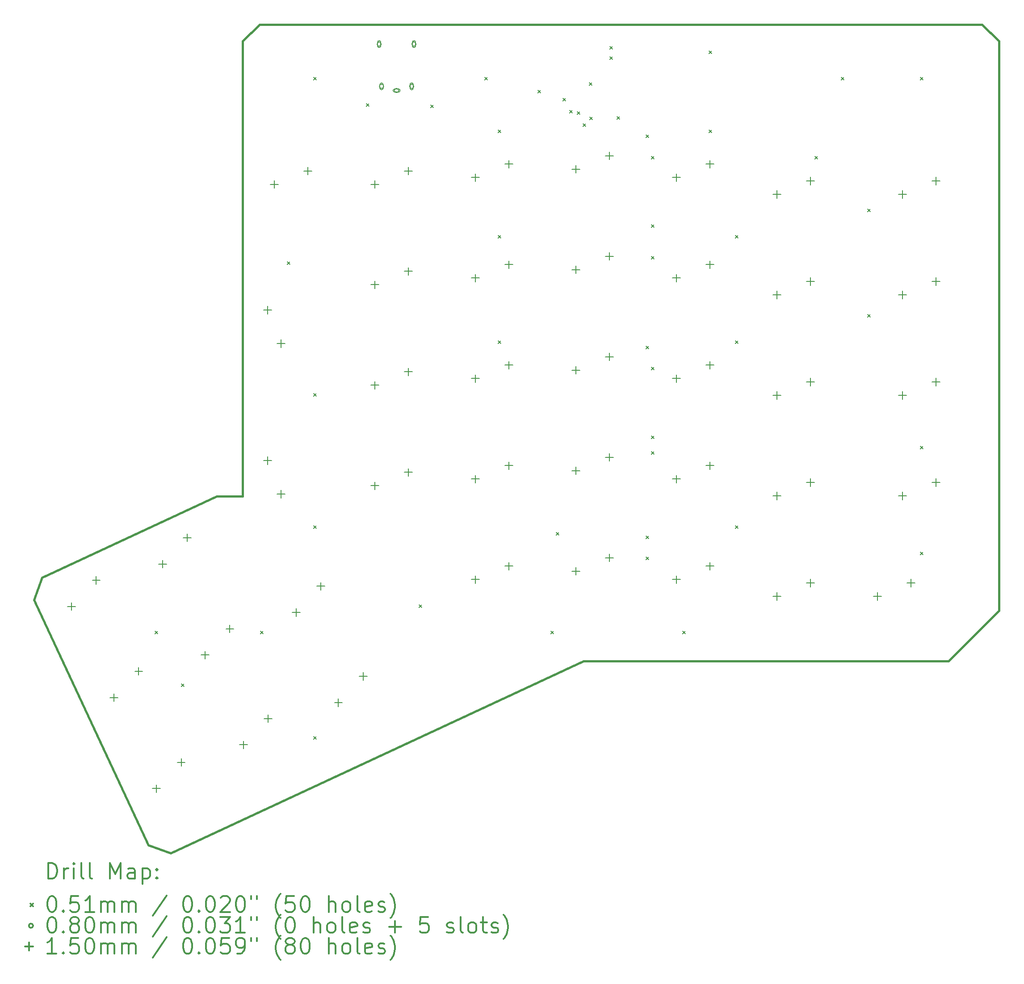
<source format=gbr>
%FSLAX45Y45*%
G04 Gerber Fmt 4.5, Leading zero omitted, Abs format (unit mm)*
G04 Created by KiCad (PCBNEW 5.1.7) date 2020-11-01 11:13:00*
%MOMM*%
%LPD*%
G01*
G04 APERTURE LIST*
%TA.AperFunction,Profile*%
%ADD10C,0.381000*%
%TD*%
%ADD11C,0.200000*%
%ADD12C,0.300000*%
G04 APERTURE END LIST*
D10*
X9012100Y-3225800D02*
X9352100Y-3225800D01*
X9012100Y-3225800D02*
X7787640Y-3225800D01*
X9504680Y-3225800D02*
X9352100Y-3225800D01*
X20274280Y-3225800D02*
X14340840Y-3225800D01*
X14340840Y-3225800D02*
X13190220Y-3225800D01*
X13190220Y-3225800D02*
X9504680Y-3225800D01*
X7787640Y-3225800D02*
X6581140Y-3225800D01*
X6581140Y-3225800D02*
X6261100Y-3543300D01*
X12715240Y-15290800D02*
X19639280Y-15290800D01*
X19639280Y-15290800D02*
X20591780Y-14338300D01*
X20591780Y-14338300D02*
X20591780Y-3543300D01*
X20591780Y-3543300D02*
X20274280Y-3225800D01*
X6261100Y-3543300D02*
X6261100Y-12166600D01*
X6261100Y-12166600D02*
X5770880Y-12166600D01*
X5770880Y-12166600D02*
X2461768Y-13709650D01*
X2461768Y-13709650D02*
X2308098Y-14131544D01*
X2308098Y-14131544D02*
X4476496Y-18781776D01*
X4476496Y-18781776D02*
X4898390Y-18935192D01*
X4898390Y-18935192D02*
X12715240Y-15290800D01*
D11*
X4602200Y-14724400D02*
X4653000Y-14775200D01*
X4653000Y-14724400D02*
X4602200Y-14775200D01*
X5102200Y-15724400D02*
X5153000Y-15775200D01*
X5153000Y-15724400D02*
X5102200Y-15775200D01*
X6602200Y-14724400D02*
X6653000Y-14775200D01*
X6653000Y-14724400D02*
X6602200Y-14775200D01*
X7102200Y-7724400D02*
X7153000Y-7775200D01*
X7153000Y-7724400D02*
X7102200Y-7775200D01*
X7602200Y-4224400D02*
X7653000Y-4275200D01*
X7653000Y-4224400D02*
X7602200Y-4275200D01*
X7602200Y-10224400D02*
X7653000Y-10275200D01*
X7653000Y-10224400D02*
X7602200Y-10275200D01*
X7602200Y-12724400D02*
X7653000Y-12775200D01*
X7653000Y-12724400D02*
X7602200Y-12775200D01*
X7602200Y-16724400D02*
X7653000Y-16775200D01*
X7653000Y-16724400D02*
X7602200Y-16775200D01*
X8602200Y-4724400D02*
X8653000Y-4775200D01*
X8653000Y-4724400D02*
X8602200Y-4775200D01*
X9602200Y-14224400D02*
X9653000Y-14275200D01*
X9653000Y-14224400D02*
X9602200Y-14275200D01*
X9819700Y-4756900D02*
X9870500Y-4807700D01*
X9870500Y-4756900D02*
X9819700Y-4807700D01*
X10852200Y-4224400D02*
X10903000Y-4275200D01*
X10903000Y-4224400D02*
X10852200Y-4275200D01*
X11102200Y-5224400D02*
X11153000Y-5275200D01*
X11153000Y-5224400D02*
X11102200Y-5275200D01*
X11102200Y-7224400D02*
X11153000Y-7275200D01*
X11153000Y-7224400D02*
X11102200Y-7275200D01*
X11102200Y-9224400D02*
X11153000Y-9275200D01*
X11153000Y-9224400D02*
X11102200Y-9275200D01*
X11852200Y-4474400D02*
X11903000Y-4525200D01*
X11903000Y-4474400D02*
X11852200Y-4525200D01*
X12102200Y-14724400D02*
X12153000Y-14775200D01*
X12153000Y-14724400D02*
X12102200Y-14775200D01*
X12204700Y-12852400D02*
X12255500Y-12903200D01*
X12255500Y-12852400D02*
X12204700Y-12903200D01*
X12331700Y-4624400D02*
X12382500Y-4675200D01*
X12382500Y-4624400D02*
X12331700Y-4675200D01*
X12458700Y-4851400D02*
X12509500Y-4902200D01*
X12509500Y-4851400D02*
X12458700Y-4902200D01*
X12604200Y-4876900D02*
X12655000Y-4927700D01*
X12655000Y-4876900D02*
X12604200Y-4927700D01*
X12712700Y-5105400D02*
X12763500Y-5156200D01*
X12763500Y-5105400D02*
X12712700Y-5156200D01*
X12830082Y-4333782D02*
X12880882Y-4384582D01*
X12880882Y-4333782D02*
X12830082Y-4384582D01*
X12839700Y-4978400D02*
X12890500Y-5029200D01*
X12890500Y-4978400D02*
X12839700Y-5029200D01*
X13220700Y-3644900D02*
X13271500Y-3695700D01*
X13271500Y-3644900D02*
X13220700Y-3695700D01*
X13220700Y-3835400D02*
X13271500Y-3886200D01*
X13271500Y-3835400D02*
X13220700Y-3886200D01*
X13352200Y-4974400D02*
X13403000Y-5025200D01*
X13403000Y-4974400D02*
X13352200Y-5025200D01*
X13902200Y-5324400D02*
X13953000Y-5375200D01*
X13953000Y-5324400D02*
X13902200Y-5375200D01*
X13902200Y-9324400D02*
X13953000Y-9375200D01*
X13953000Y-9324400D02*
X13902200Y-9375200D01*
X13902200Y-12924400D02*
X13953000Y-12975200D01*
X13953000Y-12924400D02*
X13902200Y-12975200D01*
X13902200Y-13324400D02*
X13953000Y-13375200D01*
X13953000Y-13324400D02*
X13902200Y-13375200D01*
X14002200Y-5724400D02*
X14053000Y-5775200D01*
X14053000Y-5724400D02*
X14002200Y-5775200D01*
X14002200Y-7024400D02*
X14053000Y-7075200D01*
X14053000Y-7024400D02*
X14002200Y-7075200D01*
X14002200Y-7624400D02*
X14053000Y-7675200D01*
X14053000Y-7624400D02*
X14002200Y-7675200D01*
X14002200Y-9724400D02*
X14053000Y-9775200D01*
X14053000Y-9724400D02*
X14002200Y-9775200D01*
X14002200Y-11024400D02*
X14053000Y-11075200D01*
X14053000Y-11024400D02*
X14002200Y-11075200D01*
X14002200Y-11324400D02*
X14053000Y-11375200D01*
X14053000Y-11324400D02*
X14002200Y-11375200D01*
X14602200Y-14724400D02*
X14653000Y-14775200D01*
X14653000Y-14724400D02*
X14602200Y-14775200D01*
X15102200Y-3724400D02*
X15153000Y-3775200D01*
X15153000Y-3724400D02*
X15102200Y-3775200D01*
X15102200Y-5224400D02*
X15153000Y-5275200D01*
X15153000Y-5224400D02*
X15102200Y-5275200D01*
X15602200Y-7224400D02*
X15653000Y-7275200D01*
X15653000Y-7224400D02*
X15602200Y-7275200D01*
X15602200Y-9224400D02*
X15653000Y-9275200D01*
X15653000Y-9224400D02*
X15602200Y-9275200D01*
X15602200Y-12724400D02*
X15653000Y-12775200D01*
X15653000Y-12724400D02*
X15602200Y-12775200D01*
X17102200Y-5724400D02*
X17153000Y-5775200D01*
X17153000Y-5724400D02*
X17102200Y-5775200D01*
X17602200Y-4224400D02*
X17653000Y-4275200D01*
X17653000Y-4224400D02*
X17602200Y-4275200D01*
X18102200Y-6724400D02*
X18153000Y-6775200D01*
X18153000Y-6724400D02*
X18102200Y-6775200D01*
X18102200Y-8724400D02*
X18153000Y-8775200D01*
X18153000Y-8724400D02*
X18102200Y-8775200D01*
X19102200Y-4224400D02*
X19153000Y-4275200D01*
X19153000Y-4224400D02*
X19102200Y-4275200D01*
X19102200Y-11224400D02*
X19153000Y-11275200D01*
X19153000Y-11224400D02*
X19102200Y-11275200D01*
X19102200Y-13224400D02*
X19153000Y-13275200D01*
X19153000Y-13224400D02*
X19102200Y-13275200D01*
X8887600Y-3599800D02*
G75*
G03*
X8887600Y-3599800I-40000J0D01*
G01*
X8817600Y-3564800D02*
X8817600Y-3634800D01*
X8877600Y-3564800D02*
X8877600Y-3634800D01*
X8817600Y-3634800D02*
G75*
G03*
X8877600Y-3634800I30000J0D01*
G01*
X8877600Y-3564800D02*
G75*
G03*
X8817600Y-3564800I-30000J0D01*
G01*
X8932600Y-4399800D02*
G75*
G03*
X8932600Y-4399800I-40000J0D01*
G01*
X8862600Y-4364800D02*
X8862600Y-4434800D01*
X8922600Y-4364800D02*
X8922600Y-4434800D01*
X8862600Y-4434800D02*
G75*
G03*
X8922600Y-4434800I30000J0D01*
G01*
X8922600Y-4364800D02*
G75*
G03*
X8862600Y-4364800I-30000J0D01*
G01*
X9217600Y-4479800D02*
G75*
G03*
X9217600Y-4479800I-40000J0D01*
G01*
X9142600Y-4509800D02*
X9212600Y-4509800D01*
X9142600Y-4449800D02*
X9212600Y-4449800D01*
X9212600Y-4509800D02*
G75*
G03*
X9212600Y-4449800I0J30000D01*
G01*
X9142600Y-4449800D02*
G75*
G03*
X9142600Y-4509800I0J-30000D01*
G01*
X9502600Y-4399800D02*
G75*
G03*
X9502600Y-4399800I-40000J0D01*
G01*
X9432600Y-4364800D02*
X9432600Y-4434800D01*
X9492600Y-4364800D02*
X9492600Y-4434800D01*
X9432600Y-4434800D02*
G75*
G03*
X9492600Y-4434800I30000J0D01*
G01*
X9492600Y-4364800D02*
G75*
G03*
X9432600Y-4364800I-30000J0D01*
G01*
X9547600Y-3599800D02*
G75*
G03*
X9547600Y-3599800I-40000J0D01*
G01*
X9477600Y-3564800D02*
X9477600Y-3634800D01*
X9537600Y-3564800D02*
X9537600Y-3634800D01*
X9477600Y-3634800D02*
G75*
G03*
X9537600Y-3634800I30000J0D01*
G01*
X9537600Y-3564800D02*
G75*
G03*
X9477600Y-3564800I-30000J0D01*
G01*
X10668000Y-13673836D02*
X10668000Y-13823696D01*
X10593070Y-13748766D02*
X10742930Y-13748766D01*
X11303000Y-13419836D02*
X11303000Y-13569696D01*
X11228070Y-13494766D02*
X11377930Y-13494766D01*
X18764250Y-8276336D02*
X18764250Y-8426196D01*
X18689320Y-8351266D02*
X18839180Y-8351266D01*
X19399250Y-8022336D02*
X19399250Y-8172196D01*
X19324320Y-8097266D02*
X19474180Y-8097266D01*
X16383000Y-6371590D02*
X16383000Y-6521450D01*
X16308070Y-6446520D02*
X16457930Y-6446520D01*
X17018000Y-6117590D02*
X17018000Y-6267450D01*
X16943070Y-6192520D02*
X17092930Y-6192520D01*
X5548864Y-15104267D02*
X5548864Y-15254127D01*
X5473934Y-15179197D02*
X5623794Y-15179197D01*
X6017024Y-14605703D02*
X6017024Y-14755563D01*
X5942094Y-14680633D02*
X6091954Y-14680633D01*
X10668000Y-9863836D02*
X10668000Y-10013696D01*
X10593070Y-9938766D02*
X10742930Y-9938766D01*
X11303000Y-9609836D02*
X11303000Y-9759696D01*
X11228070Y-9684766D02*
X11377930Y-9684766D01*
X14478000Y-6053836D02*
X14478000Y-6203696D01*
X14403070Y-6128766D02*
X14552930Y-6128766D01*
X15113000Y-5799836D02*
X15113000Y-5949696D01*
X15038070Y-5874766D02*
X15187930Y-5874766D01*
X14478000Y-11768836D02*
X14478000Y-11918696D01*
X14403070Y-11843766D02*
X14552930Y-11843766D01*
X15113000Y-11514836D02*
X15113000Y-11664696D01*
X15038070Y-11589766D02*
X15187930Y-11589766D01*
X16383000Y-10181336D02*
X16383000Y-10331196D01*
X16308070Y-10256266D02*
X16457930Y-10256266D01*
X17018000Y-9927336D02*
X17018000Y-10077196D01*
X16943070Y-10002266D02*
X17092930Y-10002266D01*
X12573000Y-9704070D02*
X12573000Y-9853930D01*
X12498070Y-9779000D02*
X12647930Y-9779000D01*
X13208000Y-9450070D02*
X13208000Y-9599930D01*
X13133070Y-9525000D02*
X13282930Y-9525000D01*
X10668000Y-7958836D02*
X10668000Y-8108696D01*
X10593070Y-8033766D02*
X10742930Y-8033766D01*
X11303000Y-7704836D02*
X11303000Y-7854696D01*
X11228070Y-7779766D02*
X11377930Y-7779766D01*
X8763000Y-9990836D02*
X8763000Y-10140696D01*
X8688070Y-10065766D02*
X8837930Y-10065766D01*
X9398000Y-9736836D02*
X9398000Y-9886696D01*
X9323070Y-9811766D02*
X9472930Y-9811766D01*
X10668000Y-11768836D02*
X10668000Y-11918696D01*
X10593070Y-11843766D02*
X10742930Y-11843766D01*
X11303000Y-11514836D02*
X11303000Y-11664696D01*
X11228070Y-11589766D02*
X11377930Y-11589766D01*
X12573000Y-13514070D02*
X12573000Y-13663930D01*
X12498070Y-13589000D02*
X12647930Y-13589000D01*
X13208000Y-13260070D02*
X13208000Y-13409930D01*
X13133070Y-13335000D02*
X13282930Y-13335000D01*
X8074952Y-16005685D02*
X8074952Y-16155545D01*
X8000022Y-16080615D02*
X8149882Y-16080615D01*
X8543112Y-15507121D02*
X8543112Y-15656981D01*
X8468182Y-15582051D02*
X8618042Y-15582051D01*
X14478000Y-9863836D02*
X14478000Y-10013696D01*
X14403070Y-9938766D02*
X14552930Y-9938766D01*
X15113000Y-9609836D02*
X15113000Y-9759696D01*
X15038070Y-9684766D02*
X15187930Y-9684766D01*
X18764250Y-10181336D02*
X18764250Y-10331196D01*
X18689320Y-10256266D02*
X18839180Y-10256266D01*
X19399250Y-9927336D02*
X19399250Y-10077196D01*
X19324320Y-10002266D02*
X19474180Y-10002266D01*
X7275302Y-14299087D02*
X7275302Y-14448947D01*
X7200372Y-14374017D02*
X7350232Y-14374017D01*
X7743462Y-13800523D02*
X7743462Y-13950383D01*
X7668532Y-13875453D02*
X7818392Y-13875453D01*
X8763000Y-11895836D02*
X8763000Y-12045696D01*
X8688070Y-11970766D02*
X8837930Y-11970766D01*
X9398000Y-11641836D02*
X9398000Y-11791696D01*
X9323070Y-11716766D02*
X9472930Y-11716766D01*
X6731000Y-11419586D02*
X6731000Y-11569446D01*
X6656070Y-11494516D02*
X6805930Y-11494516D01*
X6985000Y-12054586D02*
X6985000Y-12204446D01*
X6910070Y-12129516D02*
X7059930Y-12129516D01*
X12573000Y-7799070D02*
X12573000Y-7948930D01*
X12498070Y-7874000D02*
X12647930Y-7874000D01*
X13208000Y-7545070D02*
X13208000Y-7694930D01*
X13133070Y-7620000D02*
X13282930Y-7620000D01*
X18764250Y-6371590D02*
X18764250Y-6521450D01*
X18689320Y-6446520D02*
X18839180Y-6446520D01*
X19399250Y-6117590D02*
X19399250Y-6267450D01*
X19324320Y-6192520D02*
X19474180Y-6192520D01*
X18764250Y-12086336D02*
X18764250Y-12236196D01*
X18689320Y-12161266D02*
X18839180Y-12161266D01*
X19399250Y-11832336D02*
X19399250Y-11982196D01*
X19324320Y-11907266D02*
X19474180Y-11907266D01*
X14478000Y-7958836D02*
X14478000Y-8108696D01*
X14403070Y-8033766D02*
X14552930Y-8033766D01*
X15113000Y-7704836D02*
X15113000Y-7854696D01*
X15038070Y-7779766D02*
X15187930Y-7779766D01*
X16383000Y-8276336D02*
X16383000Y-8426196D01*
X16308070Y-8351266D02*
X16457930Y-8351266D01*
X17018000Y-8022336D02*
X17018000Y-8172196D01*
X16943070Y-8097266D02*
X17092930Y-8097266D01*
X8763000Y-6181090D02*
X8763000Y-6330950D01*
X8688070Y-6256020D02*
X8837930Y-6256020D01*
X9398000Y-5927090D02*
X9398000Y-6076950D01*
X9323070Y-6002020D02*
X9472930Y-6002020D01*
X3822172Y-15909193D02*
X3822172Y-16059053D01*
X3747242Y-15984123D02*
X3897102Y-15984123D01*
X4290332Y-15410629D02*
X4290332Y-15560489D01*
X4215402Y-15485559D02*
X4365262Y-15485559D01*
X12573000Y-5894070D02*
X12573000Y-6043930D01*
X12498070Y-5969000D02*
X12647930Y-5969000D01*
X13208000Y-5640070D02*
X13208000Y-5789930D01*
X13133070Y-5715000D02*
X13282930Y-5715000D01*
X10668000Y-6053836D02*
X10668000Y-6203696D01*
X10593070Y-6128766D02*
X10742930Y-6128766D01*
X11303000Y-5799836D02*
X11303000Y-5949696D01*
X11228070Y-5874766D02*
X11377930Y-5874766D01*
X3017246Y-14182755D02*
X3017246Y-14332615D01*
X2942316Y-14257685D02*
X3092176Y-14257685D01*
X3485406Y-13684191D02*
X3485406Y-13834051D01*
X3410476Y-13759121D02*
X3560336Y-13759121D01*
X6274952Y-16805685D02*
X6274952Y-16955545D01*
X6200022Y-16880615D02*
X6349882Y-16880615D01*
X6743112Y-16307121D02*
X6743112Y-16456981D01*
X6668182Y-16382051D02*
X6818042Y-16382051D01*
X12573000Y-11609070D02*
X12573000Y-11758930D01*
X12498070Y-11684000D02*
X12647930Y-11684000D01*
X13208000Y-11355070D02*
X13208000Y-11504930D01*
X13133070Y-11430000D02*
X13282930Y-11430000D01*
X16383000Y-12086336D02*
X16383000Y-12236196D01*
X16308070Y-12161266D02*
X16457930Y-12161266D01*
X17018000Y-11832336D02*
X17018000Y-11982196D01*
X16943070Y-11907266D02*
X17092930Y-11907266D01*
X14478000Y-13673836D02*
X14478000Y-13823696D01*
X14403070Y-13748766D02*
X14552930Y-13748766D01*
X15113000Y-13419836D02*
X15113000Y-13569696D01*
X15038070Y-13494766D02*
X15187930Y-13494766D01*
X4743684Y-13377829D02*
X4743684Y-13527689D01*
X4668754Y-13452759D02*
X4818614Y-13452759D01*
X5211844Y-12879265D02*
X5211844Y-13029125D01*
X5136914Y-12954195D02*
X5286774Y-12954195D01*
X16383000Y-13991336D02*
X16383000Y-14141196D01*
X16308070Y-14066266D02*
X16457930Y-14066266D01*
X17018000Y-13737336D02*
X17018000Y-13887196D01*
X16943070Y-13812266D02*
X17092930Y-13812266D01*
X6858000Y-6181090D02*
X6858000Y-6330950D01*
X6783070Y-6256020D02*
X6932930Y-6256020D01*
X7493000Y-5927090D02*
X7493000Y-6076950D01*
X7418070Y-6002020D02*
X7567930Y-6002020D01*
X6731000Y-8562086D02*
X6731000Y-8711946D01*
X6656070Y-8637016D02*
X6805930Y-8637016D01*
X6985000Y-9197086D02*
X6985000Y-9346946D01*
X6910070Y-9272016D02*
X7059930Y-9272016D01*
X8763000Y-8085836D02*
X8763000Y-8235696D01*
X8688070Y-8160766D02*
X8837930Y-8160766D01*
X9398000Y-7831836D02*
X9398000Y-7981696D01*
X9323070Y-7906766D02*
X9472930Y-7906766D01*
X18288000Y-13991336D02*
X18288000Y-14141196D01*
X18213070Y-14066266D02*
X18362930Y-14066266D01*
X18923000Y-13737336D02*
X18923000Y-13887196D01*
X18848070Y-13812266D02*
X18997930Y-13812266D01*
X4627352Y-17635885D02*
X4627352Y-17785745D01*
X4552422Y-17710815D02*
X4702282Y-17710815D01*
X5095512Y-17137321D02*
X5095512Y-17287181D01*
X5020582Y-17212251D02*
X5170442Y-17212251D01*
D12*
X2575476Y-19419956D02*
X2575476Y-19119956D01*
X2646905Y-19119956D01*
X2689762Y-19134242D01*
X2718334Y-19162814D01*
X2732619Y-19191385D01*
X2746905Y-19248528D01*
X2746905Y-19291385D01*
X2732619Y-19348528D01*
X2718334Y-19377099D01*
X2689762Y-19405671D01*
X2646905Y-19419956D01*
X2575476Y-19419956D01*
X2875476Y-19419956D02*
X2875476Y-19219956D01*
X2875476Y-19277099D02*
X2889762Y-19248528D01*
X2904048Y-19234242D01*
X2932619Y-19219956D01*
X2961191Y-19219956D01*
X3061191Y-19419956D02*
X3061191Y-19219956D01*
X3061191Y-19119956D02*
X3046905Y-19134242D01*
X3061191Y-19148528D01*
X3075476Y-19134242D01*
X3061191Y-19119956D01*
X3061191Y-19148528D01*
X3246905Y-19419956D02*
X3218334Y-19405671D01*
X3204048Y-19377099D01*
X3204048Y-19119956D01*
X3404048Y-19419956D02*
X3375476Y-19405671D01*
X3361191Y-19377099D01*
X3361191Y-19119956D01*
X3746905Y-19419956D02*
X3746905Y-19119956D01*
X3846905Y-19334242D01*
X3946905Y-19119956D01*
X3946905Y-19419956D01*
X4218334Y-19419956D02*
X4218334Y-19262814D01*
X4204048Y-19234242D01*
X4175476Y-19219956D01*
X4118334Y-19219956D01*
X4089762Y-19234242D01*
X4218334Y-19405671D02*
X4189762Y-19419956D01*
X4118334Y-19419956D01*
X4089762Y-19405671D01*
X4075476Y-19377099D01*
X4075476Y-19348528D01*
X4089762Y-19319956D01*
X4118334Y-19305671D01*
X4189762Y-19305671D01*
X4218334Y-19291385D01*
X4361191Y-19219956D02*
X4361191Y-19519956D01*
X4361191Y-19234242D02*
X4389762Y-19219956D01*
X4446905Y-19219956D01*
X4475476Y-19234242D01*
X4489762Y-19248528D01*
X4504048Y-19277099D01*
X4504048Y-19362814D01*
X4489762Y-19391385D01*
X4475476Y-19405671D01*
X4446905Y-19419956D01*
X4389762Y-19419956D01*
X4361191Y-19405671D01*
X4632619Y-19391385D02*
X4646905Y-19405671D01*
X4632619Y-19419956D01*
X4618334Y-19405671D01*
X4632619Y-19391385D01*
X4632619Y-19419956D01*
X4632619Y-19234242D02*
X4646905Y-19248528D01*
X4632619Y-19262814D01*
X4618334Y-19248528D01*
X4632619Y-19234242D01*
X4632619Y-19262814D01*
X2238248Y-19888842D02*
X2289048Y-19939642D01*
X2289048Y-19888842D02*
X2238248Y-19939642D01*
X2632619Y-19749956D02*
X2661191Y-19749956D01*
X2689762Y-19764242D01*
X2704048Y-19778528D01*
X2718334Y-19807099D01*
X2732619Y-19864242D01*
X2732619Y-19935671D01*
X2718334Y-19992814D01*
X2704048Y-20021385D01*
X2689762Y-20035671D01*
X2661191Y-20049956D01*
X2632619Y-20049956D01*
X2604048Y-20035671D01*
X2589762Y-20021385D01*
X2575476Y-19992814D01*
X2561191Y-19935671D01*
X2561191Y-19864242D01*
X2575476Y-19807099D01*
X2589762Y-19778528D01*
X2604048Y-19764242D01*
X2632619Y-19749956D01*
X2861191Y-20021385D02*
X2875476Y-20035671D01*
X2861191Y-20049956D01*
X2846905Y-20035671D01*
X2861191Y-20021385D01*
X2861191Y-20049956D01*
X3146905Y-19749956D02*
X3004048Y-19749956D01*
X2989762Y-19892814D01*
X3004048Y-19878528D01*
X3032619Y-19864242D01*
X3104048Y-19864242D01*
X3132619Y-19878528D01*
X3146905Y-19892814D01*
X3161191Y-19921385D01*
X3161191Y-19992814D01*
X3146905Y-20021385D01*
X3132619Y-20035671D01*
X3104048Y-20049956D01*
X3032619Y-20049956D01*
X3004048Y-20035671D01*
X2989762Y-20021385D01*
X3446905Y-20049956D02*
X3275476Y-20049956D01*
X3361191Y-20049956D02*
X3361191Y-19749956D01*
X3332619Y-19792814D01*
X3304048Y-19821385D01*
X3275476Y-19835671D01*
X3575476Y-20049956D02*
X3575476Y-19849956D01*
X3575476Y-19878528D02*
X3589762Y-19864242D01*
X3618334Y-19849956D01*
X3661191Y-19849956D01*
X3689762Y-19864242D01*
X3704048Y-19892814D01*
X3704048Y-20049956D01*
X3704048Y-19892814D02*
X3718334Y-19864242D01*
X3746905Y-19849956D01*
X3789762Y-19849956D01*
X3818334Y-19864242D01*
X3832619Y-19892814D01*
X3832619Y-20049956D01*
X3975476Y-20049956D02*
X3975476Y-19849956D01*
X3975476Y-19878528D02*
X3989762Y-19864242D01*
X4018334Y-19849956D01*
X4061191Y-19849956D01*
X4089762Y-19864242D01*
X4104048Y-19892814D01*
X4104048Y-20049956D01*
X4104048Y-19892814D02*
X4118334Y-19864242D01*
X4146905Y-19849956D01*
X4189762Y-19849956D01*
X4218334Y-19864242D01*
X4232619Y-19892814D01*
X4232619Y-20049956D01*
X4818334Y-19735671D02*
X4561191Y-20121385D01*
X5204048Y-19749956D02*
X5232619Y-19749956D01*
X5261191Y-19764242D01*
X5275476Y-19778528D01*
X5289762Y-19807099D01*
X5304048Y-19864242D01*
X5304048Y-19935671D01*
X5289762Y-19992814D01*
X5275476Y-20021385D01*
X5261191Y-20035671D01*
X5232619Y-20049956D01*
X5204048Y-20049956D01*
X5175476Y-20035671D01*
X5161191Y-20021385D01*
X5146905Y-19992814D01*
X5132619Y-19935671D01*
X5132619Y-19864242D01*
X5146905Y-19807099D01*
X5161191Y-19778528D01*
X5175476Y-19764242D01*
X5204048Y-19749956D01*
X5432619Y-20021385D02*
X5446905Y-20035671D01*
X5432619Y-20049956D01*
X5418334Y-20035671D01*
X5432619Y-20021385D01*
X5432619Y-20049956D01*
X5632619Y-19749956D02*
X5661191Y-19749956D01*
X5689762Y-19764242D01*
X5704048Y-19778528D01*
X5718334Y-19807099D01*
X5732619Y-19864242D01*
X5732619Y-19935671D01*
X5718334Y-19992814D01*
X5704048Y-20021385D01*
X5689762Y-20035671D01*
X5661191Y-20049956D01*
X5632619Y-20049956D01*
X5604048Y-20035671D01*
X5589762Y-20021385D01*
X5575476Y-19992814D01*
X5561191Y-19935671D01*
X5561191Y-19864242D01*
X5575476Y-19807099D01*
X5589762Y-19778528D01*
X5604048Y-19764242D01*
X5632619Y-19749956D01*
X5846905Y-19778528D02*
X5861191Y-19764242D01*
X5889762Y-19749956D01*
X5961191Y-19749956D01*
X5989762Y-19764242D01*
X6004048Y-19778528D01*
X6018334Y-19807099D01*
X6018334Y-19835671D01*
X6004048Y-19878528D01*
X5832619Y-20049956D01*
X6018334Y-20049956D01*
X6204048Y-19749956D02*
X6232619Y-19749956D01*
X6261191Y-19764242D01*
X6275476Y-19778528D01*
X6289762Y-19807099D01*
X6304048Y-19864242D01*
X6304048Y-19935671D01*
X6289762Y-19992814D01*
X6275476Y-20021385D01*
X6261191Y-20035671D01*
X6232619Y-20049956D01*
X6204048Y-20049956D01*
X6175476Y-20035671D01*
X6161191Y-20021385D01*
X6146905Y-19992814D01*
X6132619Y-19935671D01*
X6132619Y-19864242D01*
X6146905Y-19807099D01*
X6161191Y-19778528D01*
X6175476Y-19764242D01*
X6204048Y-19749956D01*
X6418334Y-19749956D02*
X6418334Y-19807099D01*
X6532619Y-19749956D02*
X6532619Y-19807099D01*
X6975476Y-20164242D02*
X6961191Y-20149956D01*
X6932619Y-20107099D01*
X6918334Y-20078528D01*
X6904048Y-20035671D01*
X6889762Y-19964242D01*
X6889762Y-19907099D01*
X6904048Y-19835671D01*
X6918334Y-19792814D01*
X6932619Y-19764242D01*
X6961191Y-19721385D01*
X6975476Y-19707099D01*
X7232619Y-19749956D02*
X7089762Y-19749956D01*
X7075476Y-19892814D01*
X7089762Y-19878528D01*
X7118334Y-19864242D01*
X7189762Y-19864242D01*
X7218334Y-19878528D01*
X7232619Y-19892814D01*
X7246905Y-19921385D01*
X7246905Y-19992814D01*
X7232619Y-20021385D01*
X7218334Y-20035671D01*
X7189762Y-20049956D01*
X7118334Y-20049956D01*
X7089762Y-20035671D01*
X7075476Y-20021385D01*
X7432619Y-19749956D02*
X7461191Y-19749956D01*
X7489762Y-19764242D01*
X7504048Y-19778528D01*
X7518334Y-19807099D01*
X7532619Y-19864242D01*
X7532619Y-19935671D01*
X7518334Y-19992814D01*
X7504048Y-20021385D01*
X7489762Y-20035671D01*
X7461191Y-20049956D01*
X7432619Y-20049956D01*
X7404048Y-20035671D01*
X7389762Y-20021385D01*
X7375476Y-19992814D01*
X7361191Y-19935671D01*
X7361191Y-19864242D01*
X7375476Y-19807099D01*
X7389762Y-19778528D01*
X7404048Y-19764242D01*
X7432619Y-19749956D01*
X7889762Y-20049956D02*
X7889762Y-19749956D01*
X8018334Y-20049956D02*
X8018334Y-19892814D01*
X8004048Y-19864242D01*
X7975476Y-19849956D01*
X7932619Y-19849956D01*
X7904048Y-19864242D01*
X7889762Y-19878528D01*
X8204048Y-20049956D02*
X8175476Y-20035671D01*
X8161191Y-20021385D01*
X8146905Y-19992814D01*
X8146905Y-19907099D01*
X8161191Y-19878528D01*
X8175476Y-19864242D01*
X8204048Y-19849956D01*
X8246905Y-19849956D01*
X8275476Y-19864242D01*
X8289762Y-19878528D01*
X8304048Y-19907099D01*
X8304048Y-19992814D01*
X8289762Y-20021385D01*
X8275476Y-20035671D01*
X8246905Y-20049956D01*
X8204048Y-20049956D01*
X8475476Y-20049956D02*
X8446905Y-20035671D01*
X8432619Y-20007099D01*
X8432619Y-19749956D01*
X8704048Y-20035671D02*
X8675476Y-20049956D01*
X8618334Y-20049956D01*
X8589762Y-20035671D01*
X8575476Y-20007099D01*
X8575476Y-19892814D01*
X8589762Y-19864242D01*
X8618334Y-19849956D01*
X8675476Y-19849956D01*
X8704048Y-19864242D01*
X8718334Y-19892814D01*
X8718334Y-19921385D01*
X8575476Y-19949956D01*
X8832619Y-20035671D02*
X8861191Y-20049956D01*
X8918334Y-20049956D01*
X8946905Y-20035671D01*
X8961191Y-20007099D01*
X8961191Y-19992814D01*
X8946905Y-19964242D01*
X8918334Y-19949956D01*
X8875476Y-19949956D01*
X8846905Y-19935671D01*
X8832619Y-19907099D01*
X8832619Y-19892814D01*
X8846905Y-19864242D01*
X8875476Y-19849956D01*
X8918334Y-19849956D01*
X8946905Y-19864242D01*
X9061191Y-20164242D02*
X9075476Y-20149956D01*
X9104048Y-20107099D01*
X9118334Y-20078528D01*
X9132619Y-20035671D01*
X9146905Y-19964242D01*
X9146905Y-19907099D01*
X9132619Y-19835671D01*
X9118334Y-19792814D01*
X9104048Y-19764242D01*
X9075476Y-19721385D01*
X9061191Y-19707099D01*
X2289048Y-20310242D02*
G75*
G03*
X2289048Y-20310242I-40000J0D01*
G01*
X2632619Y-20145956D02*
X2661191Y-20145956D01*
X2689762Y-20160242D01*
X2704048Y-20174528D01*
X2718334Y-20203099D01*
X2732619Y-20260242D01*
X2732619Y-20331671D01*
X2718334Y-20388814D01*
X2704048Y-20417385D01*
X2689762Y-20431671D01*
X2661191Y-20445956D01*
X2632619Y-20445956D01*
X2604048Y-20431671D01*
X2589762Y-20417385D01*
X2575476Y-20388814D01*
X2561191Y-20331671D01*
X2561191Y-20260242D01*
X2575476Y-20203099D01*
X2589762Y-20174528D01*
X2604048Y-20160242D01*
X2632619Y-20145956D01*
X2861191Y-20417385D02*
X2875476Y-20431671D01*
X2861191Y-20445956D01*
X2846905Y-20431671D01*
X2861191Y-20417385D01*
X2861191Y-20445956D01*
X3046905Y-20274528D02*
X3018334Y-20260242D01*
X3004048Y-20245956D01*
X2989762Y-20217385D01*
X2989762Y-20203099D01*
X3004048Y-20174528D01*
X3018334Y-20160242D01*
X3046905Y-20145956D01*
X3104048Y-20145956D01*
X3132619Y-20160242D01*
X3146905Y-20174528D01*
X3161191Y-20203099D01*
X3161191Y-20217385D01*
X3146905Y-20245956D01*
X3132619Y-20260242D01*
X3104048Y-20274528D01*
X3046905Y-20274528D01*
X3018334Y-20288814D01*
X3004048Y-20303099D01*
X2989762Y-20331671D01*
X2989762Y-20388814D01*
X3004048Y-20417385D01*
X3018334Y-20431671D01*
X3046905Y-20445956D01*
X3104048Y-20445956D01*
X3132619Y-20431671D01*
X3146905Y-20417385D01*
X3161191Y-20388814D01*
X3161191Y-20331671D01*
X3146905Y-20303099D01*
X3132619Y-20288814D01*
X3104048Y-20274528D01*
X3346905Y-20145956D02*
X3375476Y-20145956D01*
X3404048Y-20160242D01*
X3418334Y-20174528D01*
X3432619Y-20203099D01*
X3446905Y-20260242D01*
X3446905Y-20331671D01*
X3432619Y-20388814D01*
X3418334Y-20417385D01*
X3404048Y-20431671D01*
X3375476Y-20445956D01*
X3346905Y-20445956D01*
X3318334Y-20431671D01*
X3304048Y-20417385D01*
X3289762Y-20388814D01*
X3275476Y-20331671D01*
X3275476Y-20260242D01*
X3289762Y-20203099D01*
X3304048Y-20174528D01*
X3318334Y-20160242D01*
X3346905Y-20145956D01*
X3575476Y-20445956D02*
X3575476Y-20245956D01*
X3575476Y-20274528D02*
X3589762Y-20260242D01*
X3618334Y-20245956D01*
X3661191Y-20245956D01*
X3689762Y-20260242D01*
X3704048Y-20288814D01*
X3704048Y-20445956D01*
X3704048Y-20288814D02*
X3718334Y-20260242D01*
X3746905Y-20245956D01*
X3789762Y-20245956D01*
X3818334Y-20260242D01*
X3832619Y-20288814D01*
X3832619Y-20445956D01*
X3975476Y-20445956D02*
X3975476Y-20245956D01*
X3975476Y-20274528D02*
X3989762Y-20260242D01*
X4018334Y-20245956D01*
X4061191Y-20245956D01*
X4089762Y-20260242D01*
X4104048Y-20288814D01*
X4104048Y-20445956D01*
X4104048Y-20288814D02*
X4118334Y-20260242D01*
X4146905Y-20245956D01*
X4189762Y-20245956D01*
X4218334Y-20260242D01*
X4232619Y-20288814D01*
X4232619Y-20445956D01*
X4818334Y-20131671D02*
X4561191Y-20517385D01*
X5204048Y-20145956D02*
X5232619Y-20145956D01*
X5261191Y-20160242D01*
X5275476Y-20174528D01*
X5289762Y-20203099D01*
X5304048Y-20260242D01*
X5304048Y-20331671D01*
X5289762Y-20388814D01*
X5275476Y-20417385D01*
X5261191Y-20431671D01*
X5232619Y-20445956D01*
X5204048Y-20445956D01*
X5175476Y-20431671D01*
X5161191Y-20417385D01*
X5146905Y-20388814D01*
X5132619Y-20331671D01*
X5132619Y-20260242D01*
X5146905Y-20203099D01*
X5161191Y-20174528D01*
X5175476Y-20160242D01*
X5204048Y-20145956D01*
X5432619Y-20417385D02*
X5446905Y-20431671D01*
X5432619Y-20445956D01*
X5418334Y-20431671D01*
X5432619Y-20417385D01*
X5432619Y-20445956D01*
X5632619Y-20145956D02*
X5661191Y-20145956D01*
X5689762Y-20160242D01*
X5704048Y-20174528D01*
X5718334Y-20203099D01*
X5732619Y-20260242D01*
X5732619Y-20331671D01*
X5718334Y-20388814D01*
X5704048Y-20417385D01*
X5689762Y-20431671D01*
X5661191Y-20445956D01*
X5632619Y-20445956D01*
X5604048Y-20431671D01*
X5589762Y-20417385D01*
X5575476Y-20388814D01*
X5561191Y-20331671D01*
X5561191Y-20260242D01*
X5575476Y-20203099D01*
X5589762Y-20174528D01*
X5604048Y-20160242D01*
X5632619Y-20145956D01*
X5832619Y-20145956D02*
X6018334Y-20145956D01*
X5918334Y-20260242D01*
X5961191Y-20260242D01*
X5989762Y-20274528D01*
X6004048Y-20288814D01*
X6018334Y-20317385D01*
X6018334Y-20388814D01*
X6004048Y-20417385D01*
X5989762Y-20431671D01*
X5961191Y-20445956D01*
X5875476Y-20445956D01*
X5846905Y-20431671D01*
X5832619Y-20417385D01*
X6304048Y-20445956D02*
X6132619Y-20445956D01*
X6218334Y-20445956D02*
X6218334Y-20145956D01*
X6189762Y-20188814D01*
X6161191Y-20217385D01*
X6132619Y-20231671D01*
X6418334Y-20145956D02*
X6418334Y-20203099D01*
X6532619Y-20145956D02*
X6532619Y-20203099D01*
X6975476Y-20560242D02*
X6961191Y-20545956D01*
X6932619Y-20503099D01*
X6918334Y-20474528D01*
X6904048Y-20431671D01*
X6889762Y-20360242D01*
X6889762Y-20303099D01*
X6904048Y-20231671D01*
X6918334Y-20188814D01*
X6932619Y-20160242D01*
X6961191Y-20117385D01*
X6975476Y-20103099D01*
X7146905Y-20145956D02*
X7175476Y-20145956D01*
X7204048Y-20160242D01*
X7218334Y-20174528D01*
X7232619Y-20203099D01*
X7246905Y-20260242D01*
X7246905Y-20331671D01*
X7232619Y-20388814D01*
X7218334Y-20417385D01*
X7204048Y-20431671D01*
X7175476Y-20445956D01*
X7146905Y-20445956D01*
X7118334Y-20431671D01*
X7104048Y-20417385D01*
X7089762Y-20388814D01*
X7075476Y-20331671D01*
X7075476Y-20260242D01*
X7089762Y-20203099D01*
X7104048Y-20174528D01*
X7118334Y-20160242D01*
X7146905Y-20145956D01*
X7604048Y-20445956D02*
X7604048Y-20145956D01*
X7732619Y-20445956D02*
X7732619Y-20288814D01*
X7718334Y-20260242D01*
X7689762Y-20245956D01*
X7646905Y-20245956D01*
X7618334Y-20260242D01*
X7604048Y-20274528D01*
X7918334Y-20445956D02*
X7889762Y-20431671D01*
X7875476Y-20417385D01*
X7861191Y-20388814D01*
X7861191Y-20303099D01*
X7875476Y-20274528D01*
X7889762Y-20260242D01*
X7918334Y-20245956D01*
X7961191Y-20245956D01*
X7989762Y-20260242D01*
X8004048Y-20274528D01*
X8018334Y-20303099D01*
X8018334Y-20388814D01*
X8004048Y-20417385D01*
X7989762Y-20431671D01*
X7961191Y-20445956D01*
X7918334Y-20445956D01*
X8189762Y-20445956D02*
X8161191Y-20431671D01*
X8146905Y-20403099D01*
X8146905Y-20145956D01*
X8418334Y-20431671D02*
X8389762Y-20445956D01*
X8332619Y-20445956D01*
X8304048Y-20431671D01*
X8289762Y-20403099D01*
X8289762Y-20288814D01*
X8304048Y-20260242D01*
X8332619Y-20245956D01*
X8389762Y-20245956D01*
X8418334Y-20260242D01*
X8432619Y-20288814D01*
X8432619Y-20317385D01*
X8289762Y-20345956D01*
X8546905Y-20431671D02*
X8575476Y-20445956D01*
X8632619Y-20445956D01*
X8661191Y-20431671D01*
X8675476Y-20403099D01*
X8675476Y-20388814D01*
X8661191Y-20360242D01*
X8632619Y-20345956D01*
X8589762Y-20345956D01*
X8561191Y-20331671D01*
X8546905Y-20303099D01*
X8546905Y-20288814D01*
X8561191Y-20260242D01*
X8589762Y-20245956D01*
X8632619Y-20245956D01*
X8661191Y-20260242D01*
X9032619Y-20331671D02*
X9261191Y-20331671D01*
X9146905Y-20445956D02*
X9146905Y-20217385D01*
X9775476Y-20145956D02*
X9632619Y-20145956D01*
X9618334Y-20288814D01*
X9632619Y-20274528D01*
X9661191Y-20260242D01*
X9732619Y-20260242D01*
X9761191Y-20274528D01*
X9775476Y-20288814D01*
X9789762Y-20317385D01*
X9789762Y-20388814D01*
X9775476Y-20417385D01*
X9761191Y-20431671D01*
X9732619Y-20445956D01*
X9661191Y-20445956D01*
X9632619Y-20431671D01*
X9618334Y-20417385D01*
X10132619Y-20431671D02*
X10161191Y-20445956D01*
X10218334Y-20445956D01*
X10246905Y-20431671D01*
X10261191Y-20403099D01*
X10261191Y-20388814D01*
X10246905Y-20360242D01*
X10218334Y-20345956D01*
X10175476Y-20345956D01*
X10146905Y-20331671D01*
X10132619Y-20303099D01*
X10132619Y-20288814D01*
X10146905Y-20260242D01*
X10175476Y-20245956D01*
X10218334Y-20245956D01*
X10246905Y-20260242D01*
X10432619Y-20445956D02*
X10404048Y-20431671D01*
X10389762Y-20403099D01*
X10389762Y-20145956D01*
X10589762Y-20445956D02*
X10561191Y-20431671D01*
X10546905Y-20417385D01*
X10532619Y-20388814D01*
X10532619Y-20303099D01*
X10546905Y-20274528D01*
X10561191Y-20260242D01*
X10589762Y-20245956D01*
X10632619Y-20245956D01*
X10661191Y-20260242D01*
X10675476Y-20274528D01*
X10689762Y-20303099D01*
X10689762Y-20388814D01*
X10675476Y-20417385D01*
X10661191Y-20431671D01*
X10632619Y-20445956D01*
X10589762Y-20445956D01*
X10775476Y-20245956D02*
X10889762Y-20245956D01*
X10818334Y-20145956D02*
X10818334Y-20403099D01*
X10832619Y-20431671D01*
X10861191Y-20445956D01*
X10889762Y-20445956D01*
X10975476Y-20431671D02*
X11004048Y-20445956D01*
X11061191Y-20445956D01*
X11089762Y-20431671D01*
X11104048Y-20403099D01*
X11104048Y-20388814D01*
X11089762Y-20360242D01*
X11061191Y-20345956D01*
X11018334Y-20345956D01*
X10989762Y-20331671D01*
X10975476Y-20303099D01*
X10975476Y-20288814D01*
X10989762Y-20260242D01*
X11018334Y-20245956D01*
X11061191Y-20245956D01*
X11089762Y-20260242D01*
X11204048Y-20560242D02*
X11218334Y-20545956D01*
X11246905Y-20503099D01*
X11261191Y-20474528D01*
X11275476Y-20431671D01*
X11289762Y-20360242D01*
X11289762Y-20303099D01*
X11275476Y-20231671D01*
X11261191Y-20188814D01*
X11246905Y-20160242D01*
X11218334Y-20117385D01*
X11204048Y-20103099D01*
X2214118Y-20631312D02*
X2214118Y-20781172D01*
X2139188Y-20706242D02*
X2289048Y-20706242D01*
X2732619Y-20841956D02*
X2561191Y-20841956D01*
X2646905Y-20841956D02*
X2646905Y-20541956D01*
X2618334Y-20584814D01*
X2589762Y-20613385D01*
X2561191Y-20627671D01*
X2861191Y-20813385D02*
X2875476Y-20827671D01*
X2861191Y-20841956D01*
X2846905Y-20827671D01*
X2861191Y-20813385D01*
X2861191Y-20841956D01*
X3146905Y-20541956D02*
X3004048Y-20541956D01*
X2989762Y-20684814D01*
X3004048Y-20670528D01*
X3032619Y-20656242D01*
X3104048Y-20656242D01*
X3132619Y-20670528D01*
X3146905Y-20684814D01*
X3161191Y-20713385D01*
X3161191Y-20784814D01*
X3146905Y-20813385D01*
X3132619Y-20827671D01*
X3104048Y-20841956D01*
X3032619Y-20841956D01*
X3004048Y-20827671D01*
X2989762Y-20813385D01*
X3346905Y-20541956D02*
X3375476Y-20541956D01*
X3404048Y-20556242D01*
X3418334Y-20570528D01*
X3432619Y-20599099D01*
X3446905Y-20656242D01*
X3446905Y-20727671D01*
X3432619Y-20784814D01*
X3418334Y-20813385D01*
X3404048Y-20827671D01*
X3375476Y-20841956D01*
X3346905Y-20841956D01*
X3318334Y-20827671D01*
X3304048Y-20813385D01*
X3289762Y-20784814D01*
X3275476Y-20727671D01*
X3275476Y-20656242D01*
X3289762Y-20599099D01*
X3304048Y-20570528D01*
X3318334Y-20556242D01*
X3346905Y-20541956D01*
X3575476Y-20841956D02*
X3575476Y-20641956D01*
X3575476Y-20670528D02*
X3589762Y-20656242D01*
X3618334Y-20641956D01*
X3661191Y-20641956D01*
X3689762Y-20656242D01*
X3704048Y-20684814D01*
X3704048Y-20841956D01*
X3704048Y-20684814D02*
X3718334Y-20656242D01*
X3746905Y-20641956D01*
X3789762Y-20641956D01*
X3818334Y-20656242D01*
X3832619Y-20684814D01*
X3832619Y-20841956D01*
X3975476Y-20841956D02*
X3975476Y-20641956D01*
X3975476Y-20670528D02*
X3989762Y-20656242D01*
X4018334Y-20641956D01*
X4061191Y-20641956D01*
X4089762Y-20656242D01*
X4104048Y-20684814D01*
X4104048Y-20841956D01*
X4104048Y-20684814D02*
X4118334Y-20656242D01*
X4146905Y-20641956D01*
X4189762Y-20641956D01*
X4218334Y-20656242D01*
X4232619Y-20684814D01*
X4232619Y-20841956D01*
X4818334Y-20527671D02*
X4561191Y-20913385D01*
X5204048Y-20541956D02*
X5232619Y-20541956D01*
X5261191Y-20556242D01*
X5275476Y-20570528D01*
X5289762Y-20599099D01*
X5304048Y-20656242D01*
X5304048Y-20727671D01*
X5289762Y-20784814D01*
X5275476Y-20813385D01*
X5261191Y-20827671D01*
X5232619Y-20841956D01*
X5204048Y-20841956D01*
X5175476Y-20827671D01*
X5161191Y-20813385D01*
X5146905Y-20784814D01*
X5132619Y-20727671D01*
X5132619Y-20656242D01*
X5146905Y-20599099D01*
X5161191Y-20570528D01*
X5175476Y-20556242D01*
X5204048Y-20541956D01*
X5432619Y-20813385D02*
X5446905Y-20827671D01*
X5432619Y-20841956D01*
X5418334Y-20827671D01*
X5432619Y-20813385D01*
X5432619Y-20841956D01*
X5632619Y-20541956D02*
X5661191Y-20541956D01*
X5689762Y-20556242D01*
X5704048Y-20570528D01*
X5718334Y-20599099D01*
X5732619Y-20656242D01*
X5732619Y-20727671D01*
X5718334Y-20784814D01*
X5704048Y-20813385D01*
X5689762Y-20827671D01*
X5661191Y-20841956D01*
X5632619Y-20841956D01*
X5604048Y-20827671D01*
X5589762Y-20813385D01*
X5575476Y-20784814D01*
X5561191Y-20727671D01*
X5561191Y-20656242D01*
X5575476Y-20599099D01*
X5589762Y-20570528D01*
X5604048Y-20556242D01*
X5632619Y-20541956D01*
X6004048Y-20541956D02*
X5861191Y-20541956D01*
X5846905Y-20684814D01*
X5861191Y-20670528D01*
X5889762Y-20656242D01*
X5961191Y-20656242D01*
X5989762Y-20670528D01*
X6004048Y-20684814D01*
X6018334Y-20713385D01*
X6018334Y-20784814D01*
X6004048Y-20813385D01*
X5989762Y-20827671D01*
X5961191Y-20841956D01*
X5889762Y-20841956D01*
X5861191Y-20827671D01*
X5846905Y-20813385D01*
X6161191Y-20841956D02*
X6218334Y-20841956D01*
X6246905Y-20827671D01*
X6261191Y-20813385D01*
X6289762Y-20770528D01*
X6304048Y-20713385D01*
X6304048Y-20599099D01*
X6289762Y-20570528D01*
X6275476Y-20556242D01*
X6246905Y-20541956D01*
X6189762Y-20541956D01*
X6161191Y-20556242D01*
X6146905Y-20570528D01*
X6132619Y-20599099D01*
X6132619Y-20670528D01*
X6146905Y-20699099D01*
X6161191Y-20713385D01*
X6189762Y-20727671D01*
X6246905Y-20727671D01*
X6275476Y-20713385D01*
X6289762Y-20699099D01*
X6304048Y-20670528D01*
X6418334Y-20541956D02*
X6418334Y-20599099D01*
X6532619Y-20541956D02*
X6532619Y-20599099D01*
X6975476Y-20956242D02*
X6961191Y-20941956D01*
X6932619Y-20899099D01*
X6918334Y-20870528D01*
X6904048Y-20827671D01*
X6889762Y-20756242D01*
X6889762Y-20699099D01*
X6904048Y-20627671D01*
X6918334Y-20584814D01*
X6932619Y-20556242D01*
X6961191Y-20513385D01*
X6975476Y-20499099D01*
X7132619Y-20670528D02*
X7104048Y-20656242D01*
X7089762Y-20641956D01*
X7075476Y-20613385D01*
X7075476Y-20599099D01*
X7089762Y-20570528D01*
X7104048Y-20556242D01*
X7132619Y-20541956D01*
X7189762Y-20541956D01*
X7218334Y-20556242D01*
X7232619Y-20570528D01*
X7246905Y-20599099D01*
X7246905Y-20613385D01*
X7232619Y-20641956D01*
X7218334Y-20656242D01*
X7189762Y-20670528D01*
X7132619Y-20670528D01*
X7104048Y-20684814D01*
X7089762Y-20699099D01*
X7075476Y-20727671D01*
X7075476Y-20784814D01*
X7089762Y-20813385D01*
X7104048Y-20827671D01*
X7132619Y-20841956D01*
X7189762Y-20841956D01*
X7218334Y-20827671D01*
X7232619Y-20813385D01*
X7246905Y-20784814D01*
X7246905Y-20727671D01*
X7232619Y-20699099D01*
X7218334Y-20684814D01*
X7189762Y-20670528D01*
X7432619Y-20541956D02*
X7461191Y-20541956D01*
X7489762Y-20556242D01*
X7504048Y-20570528D01*
X7518334Y-20599099D01*
X7532619Y-20656242D01*
X7532619Y-20727671D01*
X7518334Y-20784814D01*
X7504048Y-20813385D01*
X7489762Y-20827671D01*
X7461191Y-20841956D01*
X7432619Y-20841956D01*
X7404048Y-20827671D01*
X7389762Y-20813385D01*
X7375476Y-20784814D01*
X7361191Y-20727671D01*
X7361191Y-20656242D01*
X7375476Y-20599099D01*
X7389762Y-20570528D01*
X7404048Y-20556242D01*
X7432619Y-20541956D01*
X7889762Y-20841956D02*
X7889762Y-20541956D01*
X8018334Y-20841956D02*
X8018334Y-20684814D01*
X8004048Y-20656242D01*
X7975476Y-20641956D01*
X7932619Y-20641956D01*
X7904048Y-20656242D01*
X7889762Y-20670528D01*
X8204048Y-20841956D02*
X8175476Y-20827671D01*
X8161191Y-20813385D01*
X8146905Y-20784814D01*
X8146905Y-20699099D01*
X8161191Y-20670528D01*
X8175476Y-20656242D01*
X8204048Y-20641956D01*
X8246905Y-20641956D01*
X8275476Y-20656242D01*
X8289762Y-20670528D01*
X8304048Y-20699099D01*
X8304048Y-20784814D01*
X8289762Y-20813385D01*
X8275476Y-20827671D01*
X8246905Y-20841956D01*
X8204048Y-20841956D01*
X8475476Y-20841956D02*
X8446905Y-20827671D01*
X8432619Y-20799099D01*
X8432619Y-20541956D01*
X8704048Y-20827671D02*
X8675476Y-20841956D01*
X8618334Y-20841956D01*
X8589762Y-20827671D01*
X8575476Y-20799099D01*
X8575476Y-20684814D01*
X8589762Y-20656242D01*
X8618334Y-20641956D01*
X8675476Y-20641956D01*
X8704048Y-20656242D01*
X8718334Y-20684814D01*
X8718334Y-20713385D01*
X8575476Y-20741956D01*
X8832619Y-20827671D02*
X8861191Y-20841956D01*
X8918334Y-20841956D01*
X8946905Y-20827671D01*
X8961191Y-20799099D01*
X8961191Y-20784814D01*
X8946905Y-20756242D01*
X8918334Y-20741956D01*
X8875476Y-20741956D01*
X8846905Y-20727671D01*
X8832619Y-20699099D01*
X8832619Y-20684814D01*
X8846905Y-20656242D01*
X8875476Y-20641956D01*
X8918334Y-20641956D01*
X8946905Y-20656242D01*
X9061191Y-20956242D02*
X9075476Y-20941956D01*
X9104048Y-20899099D01*
X9118334Y-20870528D01*
X9132619Y-20827671D01*
X9146905Y-20756242D01*
X9146905Y-20699099D01*
X9132619Y-20627671D01*
X9118334Y-20584814D01*
X9104048Y-20556242D01*
X9075476Y-20513385D01*
X9061191Y-20499099D01*
M02*

</source>
